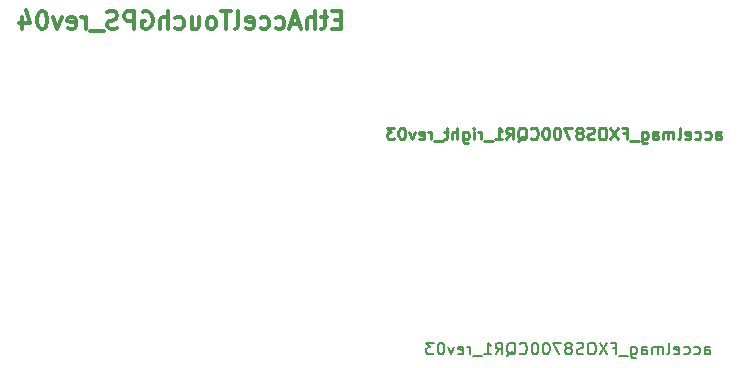
<source format=gbo>
G04 #@! TF.FileFunction,Legend,Bot*
%FSLAX46Y46*%
G04 Gerber Fmt 4.6, Leading zero omitted, Abs format (unit mm)*
G04 Created by KiCad (PCBNEW 4.0.2+e4-6225~38~ubuntu14.04.1-stable) date Sat 13 Aug 2016 03:13:24 PM PDT*
%MOMM*%
G01*
G04 APERTURE LIST*
%ADD10C,0.150000*%
%ADD11C,0.300000*%
%ADD12C,0.250000*%
G04 APERTURE END LIST*
D10*
D11*
X79135712Y-74217857D02*
X78635712Y-74217857D01*
X78421426Y-75003571D02*
X79135712Y-75003571D01*
X79135712Y-73503571D01*
X78421426Y-73503571D01*
X77992855Y-74003571D02*
X77421426Y-74003571D01*
X77778569Y-73503571D02*
X77778569Y-74789286D01*
X77707141Y-74932143D01*
X77564283Y-75003571D01*
X77421426Y-75003571D01*
X76921426Y-75003571D02*
X76921426Y-73503571D01*
X76278569Y-75003571D02*
X76278569Y-74217857D01*
X76349998Y-74075000D01*
X76492855Y-74003571D01*
X76707140Y-74003571D01*
X76849998Y-74075000D01*
X76921426Y-74146429D01*
X75635712Y-74575000D02*
X74921426Y-74575000D01*
X75778569Y-75003571D02*
X75278569Y-73503571D01*
X74778569Y-75003571D01*
X73635712Y-74932143D02*
X73778569Y-75003571D01*
X74064283Y-75003571D01*
X74207141Y-74932143D01*
X74278569Y-74860714D01*
X74349998Y-74717857D01*
X74349998Y-74289286D01*
X74278569Y-74146429D01*
X74207141Y-74075000D01*
X74064283Y-74003571D01*
X73778569Y-74003571D01*
X73635712Y-74075000D01*
X72349998Y-74932143D02*
X72492855Y-75003571D01*
X72778569Y-75003571D01*
X72921427Y-74932143D01*
X72992855Y-74860714D01*
X73064284Y-74717857D01*
X73064284Y-74289286D01*
X72992855Y-74146429D01*
X72921427Y-74075000D01*
X72778569Y-74003571D01*
X72492855Y-74003571D01*
X72349998Y-74075000D01*
X71135713Y-74932143D02*
X71278570Y-75003571D01*
X71564284Y-75003571D01*
X71707141Y-74932143D01*
X71778570Y-74789286D01*
X71778570Y-74217857D01*
X71707141Y-74075000D01*
X71564284Y-74003571D01*
X71278570Y-74003571D01*
X71135713Y-74075000D01*
X71064284Y-74217857D01*
X71064284Y-74360714D01*
X71778570Y-74503571D01*
X70207141Y-75003571D02*
X70349999Y-74932143D01*
X70421427Y-74789286D01*
X70421427Y-73503571D01*
X69849999Y-73503571D02*
X68992856Y-73503571D01*
X69421427Y-75003571D02*
X69421427Y-73503571D01*
X68278570Y-75003571D02*
X68421428Y-74932143D01*
X68492856Y-74860714D01*
X68564285Y-74717857D01*
X68564285Y-74289286D01*
X68492856Y-74146429D01*
X68421428Y-74075000D01*
X68278570Y-74003571D01*
X68064285Y-74003571D01*
X67921428Y-74075000D01*
X67849999Y-74146429D01*
X67778570Y-74289286D01*
X67778570Y-74717857D01*
X67849999Y-74860714D01*
X67921428Y-74932143D01*
X68064285Y-75003571D01*
X68278570Y-75003571D01*
X66492856Y-74003571D02*
X66492856Y-75003571D01*
X67135713Y-74003571D02*
X67135713Y-74789286D01*
X67064285Y-74932143D01*
X66921427Y-75003571D01*
X66707142Y-75003571D01*
X66564285Y-74932143D01*
X66492856Y-74860714D01*
X65135713Y-74932143D02*
X65278570Y-75003571D01*
X65564284Y-75003571D01*
X65707142Y-74932143D01*
X65778570Y-74860714D01*
X65849999Y-74717857D01*
X65849999Y-74289286D01*
X65778570Y-74146429D01*
X65707142Y-74075000D01*
X65564284Y-74003571D01*
X65278570Y-74003571D01*
X65135713Y-74075000D01*
X64492856Y-75003571D02*
X64492856Y-73503571D01*
X63849999Y-75003571D02*
X63849999Y-74217857D01*
X63921428Y-74075000D01*
X64064285Y-74003571D01*
X64278570Y-74003571D01*
X64421428Y-74075000D01*
X64492856Y-74146429D01*
X62349999Y-73575000D02*
X62492856Y-73503571D01*
X62707142Y-73503571D01*
X62921427Y-73575000D01*
X63064285Y-73717857D01*
X63135713Y-73860714D01*
X63207142Y-74146429D01*
X63207142Y-74360714D01*
X63135713Y-74646429D01*
X63064285Y-74789286D01*
X62921427Y-74932143D01*
X62707142Y-75003571D01*
X62564285Y-75003571D01*
X62349999Y-74932143D01*
X62278570Y-74860714D01*
X62278570Y-74360714D01*
X62564285Y-74360714D01*
X61635713Y-75003571D02*
X61635713Y-73503571D01*
X61064285Y-73503571D01*
X60921427Y-73575000D01*
X60849999Y-73646429D01*
X60778570Y-73789286D01*
X60778570Y-74003571D01*
X60849999Y-74146429D01*
X60921427Y-74217857D01*
X61064285Y-74289286D01*
X61635713Y-74289286D01*
X60207142Y-74932143D02*
X59992856Y-75003571D01*
X59635713Y-75003571D01*
X59492856Y-74932143D01*
X59421427Y-74860714D01*
X59349999Y-74717857D01*
X59349999Y-74575000D01*
X59421427Y-74432143D01*
X59492856Y-74360714D01*
X59635713Y-74289286D01*
X59921427Y-74217857D01*
X60064285Y-74146429D01*
X60135713Y-74075000D01*
X60207142Y-73932143D01*
X60207142Y-73789286D01*
X60135713Y-73646429D01*
X60064285Y-73575000D01*
X59921427Y-73503571D01*
X59564285Y-73503571D01*
X59349999Y-73575000D01*
X59064285Y-75146429D02*
X57921428Y-75146429D01*
X57564285Y-75003571D02*
X57564285Y-74003571D01*
X57564285Y-74289286D02*
X57492857Y-74146429D01*
X57421428Y-74075000D01*
X57278571Y-74003571D01*
X57135714Y-74003571D01*
X56064286Y-74932143D02*
X56207143Y-75003571D01*
X56492857Y-75003571D01*
X56635714Y-74932143D01*
X56707143Y-74789286D01*
X56707143Y-74217857D01*
X56635714Y-74075000D01*
X56492857Y-74003571D01*
X56207143Y-74003571D01*
X56064286Y-74075000D01*
X55992857Y-74217857D01*
X55992857Y-74360714D01*
X56707143Y-74503571D01*
X55492857Y-74003571D02*
X55135714Y-75003571D01*
X54778572Y-74003571D01*
X53921429Y-73503571D02*
X53778572Y-73503571D01*
X53635715Y-73575000D01*
X53564286Y-73646429D01*
X53492857Y-73789286D01*
X53421429Y-74075000D01*
X53421429Y-74432143D01*
X53492857Y-74717857D01*
X53564286Y-74860714D01*
X53635715Y-74932143D01*
X53778572Y-75003571D01*
X53921429Y-75003571D01*
X54064286Y-74932143D01*
X54135715Y-74860714D01*
X54207143Y-74717857D01*
X54278572Y-74432143D01*
X54278572Y-74075000D01*
X54207143Y-73789286D01*
X54135715Y-73646429D01*
X54064286Y-73575000D01*
X53921429Y-73503571D01*
X52135715Y-74003571D02*
X52135715Y-75003571D01*
X52492858Y-73432143D02*
X52850001Y-74503571D01*
X51921429Y-74503571D01*
D12*
X110866668Y-84352381D02*
X110866668Y-83828571D01*
X110914287Y-83733333D01*
X111009525Y-83685714D01*
X111200002Y-83685714D01*
X111295240Y-83733333D01*
X110866668Y-84304762D02*
X110961906Y-84352381D01*
X111200002Y-84352381D01*
X111295240Y-84304762D01*
X111342859Y-84209524D01*
X111342859Y-84114286D01*
X111295240Y-84019048D01*
X111200002Y-83971429D01*
X110961906Y-83971429D01*
X110866668Y-83923810D01*
X109961906Y-84304762D02*
X110057144Y-84352381D01*
X110247621Y-84352381D01*
X110342859Y-84304762D01*
X110390478Y-84257143D01*
X110438097Y-84161905D01*
X110438097Y-83876190D01*
X110390478Y-83780952D01*
X110342859Y-83733333D01*
X110247621Y-83685714D01*
X110057144Y-83685714D01*
X109961906Y-83733333D01*
X109104763Y-84304762D02*
X109200001Y-84352381D01*
X109390478Y-84352381D01*
X109485716Y-84304762D01*
X109533335Y-84257143D01*
X109580954Y-84161905D01*
X109580954Y-83876190D01*
X109533335Y-83780952D01*
X109485716Y-83733333D01*
X109390478Y-83685714D01*
X109200001Y-83685714D01*
X109104763Y-83733333D01*
X108295239Y-84304762D02*
X108390477Y-84352381D01*
X108580954Y-84352381D01*
X108676192Y-84304762D01*
X108723811Y-84209524D01*
X108723811Y-83828571D01*
X108676192Y-83733333D01*
X108580954Y-83685714D01*
X108390477Y-83685714D01*
X108295239Y-83733333D01*
X108247620Y-83828571D01*
X108247620Y-83923810D01*
X108723811Y-84019048D01*
X107676192Y-84352381D02*
X107771430Y-84304762D01*
X107819049Y-84209524D01*
X107819049Y-83352381D01*
X107295239Y-84352381D02*
X107295239Y-83685714D01*
X107295239Y-83780952D02*
X107247620Y-83733333D01*
X107152382Y-83685714D01*
X107009524Y-83685714D01*
X106914286Y-83733333D01*
X106866667Y-83828571D01*
X106866667Y-84352381D01*
X106866667Y-83828571D02*
X106819048Y-83733333D01*
X106723810Y-83685714D01*
X106580953Y-83685714D01*
X106485715Y-83733333D01*
X106438096Y-83828571D01*
X106438096Y-84352381D01*
X105533334Y-84352381D02*
X105533334Y-83828571D01*
X105580953Y-83733333D01*
X105676191Y-83685714D01*
X105866668Y-83685714D01*
X105961906Y-83733333D01*
X105533334Y-84304762D02*
X105628572Y-84352381D01*
X105866668Y-84352381D01*
X105961906Y-84304762D01*
X106009525Y-84209524D01*
X106009525Y-84114286D01*
X105961906Y-84019048D01*
X105866668Y-83971429D01*
X105628572Y-83971429D01*
X105533334Y-83923810D01*
X104628572Y-83685714D02*
X104628572Y-84495238D01*
X104676191Y-84590476D01*
X104723810Y-84638095D01*
X104819049Y-84685714D01*
X104961906Y-84685714D01*
X105057144Y-84638095D01*
X104628572Y-84304762D02*
X104723810Y-84352381D01*
X104914287Y-84352381D01*
X105009525Y-84304762D01*
X105057144Y-84257143D01*
X105104763Y-84161905D01*
X105104763Y-83876190D01*
X105057144Y-83780952D01*
X105009525Y-83733333D01*
X104914287Y-83685714D01*
X104723810Y-83685714D01*
X104628572Y-83733333D01*
X104390477Y-84447619D02*
X103628572Y-84447619D01*
X103057143Y-83828571D02*
X103390477Y-83828571D01*
X103390477Y-84352381D02*
X103390477Y-83352381D01*
X102914286Y-83352381D01*
X102628572Y-83352381D02*
X101961905Y-84352381D01*
X101961905Y-83352381D02*
X102628572Y-84352381D01*
X101390477Y-83352381D02*
X101200000Y-83352381D01*
X101104762Y-83400000D01*
X101009524Y-83495238D01*
X100961905Y-83685714D01*
X100961905Y-84019048D01*
X101009524Y-84209524D01*
X101104762Y-84304762D01*
X101200000Y-84352381D01*
X101390477Y-84352381D01*
X101485715Y-84304762D01*
X101580953Y-84209524D01*
X101628572Y-84019048D01*
X101628572Y-83685714D01*
X101580953Y-83495238D01*
X101485715Y-83400000D01*
X101390477Y-83352381D01*
X100580953Y-84304762D02*
X100438096Y-84352381D01*
X100200000Y-84352381D01*
X100104762Y-84304762D01*
X100057143Y-84257143D01*
X100009524Y-84161905D01*
X100009524Y-84066667D01*
X100057143Y-83971429D01*
X100104762Y-83923810D01*
X100200000Y-83876190D01*
X100390477Y-83828571D01*
X100485715Y-83780952D01*
X100533334Y-83733333D01*
X100580953Y-83638095D01*
X100580953Y-83542857D01*
X100533334Y-83447619D01*
X100485715Y-83400000D01*
X100390477Y-83352381D01*
X100152381Y-83352381D01*
X100009524Y-83400000D01*
X99438096Y-83780952D02*
X99533334Y-83733333D01*
X99580953Y-83685714D01*
X99628572Y-83590476D01*
X99628572Y-83542857D01*
X99580953Y-83447619D01*
X99533334Y-83400000D01*
X99438096Y-83352381D01*
X99247619Y-83352381D01*
X99152381Y-83400000D01*
X99104762Y-83447619D01*
X99057143Y-83542857D01*
X99057143Y-83590476D01*
X99104762Y-83685714D01*
X99152381Y-83733333D01*
X99247619Y-83780952D01*
X99438096Y-83780952D01*
X99533334Y-83828571D01*
X99580953Y-83876190D01*
X99628572Y-83971429D01*
X99628572Y-84161905D01*
X99580953Y-84257143D01*
X99533334Y-84304762D01*
X99438096Y-84352381D01*
X99247619Y-84352381D01*
X99152381Y-84304762D01*
X99104762Y-84257143D01*
X99057143Y-84161905D01*
X99057143Y-83971429D01*
X99104762Y-83876190D01*
X99152381Y-83828571D01*
X99247619Y-83780952D01*
X98723810Y-83352381D02*
X98057143Y-83352381D01*
X98485715Y-84352381D01*
X97485715Y-83352381D02*
X97390476Y-83352381D01*
X97295238Y-83400000D01*
X97247619Y-83447619D01*
X97200000Y-83542857D01*
X97152381Y-83733333D01*
X97152381Y-83971429D01*
X97200000Y-84161905D01*
X97247619Y-84257143D01*
X97295238Y-84304762D01*
X97390476Y-84352381D01*
X97485715Y-84352381D01*
X97580953Y-84304762D01*
X97628572Y-84257143D01*
X97676191Y-84161905D01*
X97723810Y-83971429D01*
X97723810Y-83733333D01*
X97676191Y-83542857D01*
X97628572Y-83447619D01*
X97580953Y-83400000D01*
X97485715Y-83352381D01*
X96533334Y-83352381D02*
X96438095Y-83352381D01*
X96342857Y-83400000D01*
X96295238Y-83447619D01*
X96247619Y-83542857D01*
X96200000Y-83733333D01*
X96200000Y-83971429D01*
X96247619Y-84161905D01*
X96295238Y-84257143D01*
X96342857Y-84304762D01*
X96438095Y-84352381D01*
X96533334Y-84352381D01*
X96628572Y-84304762D01*
X96676191Y-84257143D01*
X96723810Y-84161905D01*
X96771429Y-83971429D01*
X96771429Y-83733333D01*
X96723810Y-83542857D01*
X96676191Y-83447619D01*
X96628572Y-83400000D01*
X96533334Y-83352381D01*
X95200000Y-84257143D02*
X95247619Y-84304762D01*
X95390476Y-84352381D01*
X95485714Y-84352381D01*
X95628572Y-84304762D01*
X95723810Y-84209524D01*
X95771429Y-84114286D01*
X95819048Y-83923810D01*
X95819048Y-83780952D01*
X95771429Y-83590476D01*
X95723810Y-83495238D01*
X95628572Y-83400000D01*
X95485714Y-83352381D01*
X95390476Y-83352381D01*
X95247619Y-83400000D01*
X95200000Y-83447619D01*
X94104762Y-84447619D02*
X94200000Y-84400000D01*
X94295238Y-84304762D01*
X94438095Y-84161905D01*
X94533334Y-84114286D01*
X94628572Y-84114286D01*
X94580953Y-84352381D02*
X94676191Y-84304762D01*
X94771429Y-84209524D01*
X94819048Y-84019048D01*
X94819048Y-83685714D01*
X94771429Y-83495238D01*
X94676191Y-83400000D01*
X94580953Y-83352381D01*
X94390476Y-83352381D01*
X94295238Y-83400000D01*
X94200000Y-83495238D01*
X94152381Y-83685714D01*
X94152381Y-84019048D01*
X94200000Y-84209524D01*
X94295238Y-84304762D01*
X94390476Y-84352381D01*
X94580953Y-84352381D01*
X93152381Y-84352381D02*
X93485715Y-83876190D01*
X93723810Y-84352381D02*
X93723810Y-83352381D01*
X93342857Y-83352381D01*
X93247619Y-83400000D01*
X93200000Y-83447619D01*
X93152381Y-83542857D01*
X93152381Y-83685714D01*
X93200000Y-83780952D01*
X93247619Y-83828571D01*
X93342857Y-83876190D01*
X93723810Y-83876190D01*
X92200000Y-84352381D02*
X92771429Y-84352381D01*
X92485715Y-84352381D02*
X92485715Y-83352381D01*
X92580953Y-83495238D01*
X92676191Y-83590476D01*
X92771429Y-83638095D01*
X92009524Y-84447619D02*
X91247619Y-84447619D01*
X91009524Y-84352381D02*
X91009524Y-83685714D01*
X91009524Y-83876190D02*
X90961905Y-83780952D01*
X90914286Y-83733333D01*
X90819048Y-83685714D01*
X90723809Y-83685714D01*
X90390476Y-84352381D02*
X90390476Y-83685714D01*
X90390476Y-83352381D02*
X90438095Y-83400000D01*
X90390476Y-83447619D01*
X90342857Y-83400000D01*
X90390476Y-83352381D01*
X90390476Y-83447619D01*
X89485714Y-83685714D02*
X89485714Y-84495238D01*
X89533333Y-84590476D01*
X89580952Y-84638095D01*
X89676191Y-84685714D01*
X89819048Y-84685714D01*
X89914286Y-84638095D01*
X89485714Y-84304762D02*
X89580952Y-84352381D01*
X89771429Y-84352381D01*
X89866667Y-84304762D01*
X89914286Y-84257143D01*
X89961905Y-84161905D01*
X89961905Y-83876190D01*
X89914286Y-83780952D01*
X89866667Y-83733333D01*
X89771429Y-83685714D01*
X89580952Y-83685714D01*
X89485714Y-83733333D01*
X89009524Y-84352381D02*
X89009524Y-83352381D01*
X88580952Y-84352381D02*
X88580952Y-83828571D01*
X88628571Y-83733333D01*
X88723809Y-83685714D01*
X88866667Y-83685714D01*
X88961905Y-83733333D01*
X89009524Y-83780952D01*
X88247619Y-83685714D02*
X87866667Y-83685714D01*
X88104762Y-83352381D02*
X88104762Y-84209524D01*
X88057143Y-84304762D01*
X87961905Y-84352381D01*
X87866667Y-84352381D01*
X87771428Y-84447619D02*
X87009523Y-84447619D01*
X86771428Y-84352381D02*
X86771428Y-83685714D01*
X86771428Y-83876190D02*
X86723809Y-83780952D01*
X86676190Y-83733333D01*
X86580952Y-83685714D01*
X86485713Y-83685714D01*
X85771427Y-84304762D02*
X85866665Y-84352381D01*
X86057142Y-84352381D01*
X86152380Y-84304762D01*
X86199999Y-84209524D01*
X86199999Y-83828571D01*
X86152380Y-83733333D01*
X86057142Y-83685714D01*
X85866665Y-83685714D01*
X85771427Y-83733333D01*
X85723808Y-83828571D01*
X85723808Y-83923810D01*
X86199999Y-84019048D01*
X85390475Y-83685714D02*
X85152380Y-84352381D01*
X84914284Y-83685714D01*
X84342856Y-83352381D02*
X84247617Y-83352381D01*
X84152379Y-83400000D01*
X84104760Y-83447619D01*
X84057141Y-83542857D01*
X84009522Y-83733333D01*
X84009522Y-83971429D01*
X84057141Y-84161905D01*
X84104760Y-84257143D01*
X84152379Y-84304762D01*
X84247617Y-84352381D01*
X84342856Y-84352381D01*
X84438094Y-84304762D01*
X84485713Y-84257143D01*
X84533332Y-84161905D01*
X84580951Y-83971429D01*
X84580951Y-83733333D01*
X84533332Y-83542857D01*
X84485713Y-83447619D01*
X84438094Y-83400000D01*
X84342856Y-83352381D01*
X83676189Y-83352381D02*
X83057141Y-83352381D01*
X83390475Y-83733333D01*
X83247617Y-83733333D01*
X83152379Y-83780952D01*
X83104760Y-83828571D01*
X83057141Y-83923810D01*
X83057141Y-84161905D01*
X83104760Y-84257143D01*
X83152379Y-84304762D01*
X83247617Y-84352381D01*
X83533332Y-84352381D01*
X83628570Y-84304762D01*
X83676189Y-84257143D01*
D10*
X109947620Y-102552381D02*
X109947620Y-102028571D01*
X109995239Y-101933333D01*
X110090477Y-101885714D01*
X110280954Y-101885714D01*
X110376192Y-101933333D01*
X109947620Y-102504762D02*
X110042858Y-102552381D01*
X110280954Y-102552381D01*
X110376192Y-102504762D01*
X110423811Y-102409524D01*
X110423811Y-102314286D01*
X110376192Y-102219048D01*
X110280954Y-102171429D01*
X110042858Y-102171429D01*
X109947620Y-102123810D01*
X109042858Y-102504762D02*
X109138096Y-102552381D01*
X109328573Y-102552381D01*
X109423811Y-102504762D01*
X109471430Y-102457143D01*
X109519049Y-102361905D01*
X109519049Y-102076190D01*
X109471430Y-101980952D01*
X109423811Y-101933333D01*
X109328573Y-101885714D01*
X109138096Y-101885714D01*
X109042858Y-101933333D01*
X108185715Y-102504762D02*
X108280953Y-102552381D01*
X108471430Y-102552381D01*
X108566668Y-102504762D01*
X108614287Y-102457143D01*
X108661906Y-102361905D01*
X108661906Y-102076190D01*
X108614287Y-101980952D01*
X108566668Y-101933333D01*
X108471430Y-101885714D01*
X108280953Y-101885714D01*
X108185715Y-101933333D01*
X107376191Y-102504762D02*
X107471429Y-102552381D01*
X107661906Y-102552381D01*
X107757144Y-102504762D01*
X107804763Y-102409524D01*
X107804763Y-102028571D01*
X107757144Y-101933333D01*
X107661906Y-101885714D01*
X107471429Y-101885714D01*
X107376191Y-101933333D01*
X107328572Y-102028571D01*
X107328572Y-102123810D01*
X107804763Y-102219048D01*
X106757144Y-102552381D02*
X106852382Y-102504762D01*
X106900001Y-102409524D01*
X106900001Y-101552381D01*
X106376191Y-102552381D02*
X106376191Y-101885714D01*
X106376191Y-101980952D02*
X106328572Y-101933333D01*
X106233334Y-101885714D01*
X106090476Y-101885714D01*
X105995238Y-101933333D01*
X105947619Y-102028571D01*
X105947619Y-102552381D01*
X105947619Y-102028571D02*
X105900000Y-101933333D01*
X105804762Y-101885714D01*
X105661905Y-101885714D01*
X105566667Y-101933333D01*
X105519048Y-102028571D01*
X105519048Y-102552381D01*
X104614286Y-102552381D02*
X104614286Y-102028571D01*
X104661905Y-101933333D01*
X104757143Y-101885714D01*
X104947620Y-101885714D01*
X105042858Y-101933333D01*
X104614286Y-102504762D02*
X104709524Y-102552381D01*
X104947620Y-102552381D01*
X105042858Y-102504762D01*
X105090477Y-102409524D01*
X105090477Y-102314286D01*
X105042858Y-102219048D01*
X104947620Y-102171429D01*
X104709524Y-102171429D01*
X104614286Y-102123810D01*
X103709524Y-101885714D02*
X103709524Y-102695238D01*
X103757143Y-102790476D01*
X103804762Y-102838095D01*
X103900001Y-102885714D01*
X104042858Y-102885714D01*
X104138096Y-102838095D01*
X103709524Y-102504762D02*
X103804762Y-102552381D01*
X103995239Y-102552381D01*
X104090477Y-102504762D01*
X104138096Y-102457143D01*
X104185715Y-102361905D01*
X104185715Y-102076190D01*
X104138096Y-101980952D01*
X104090477Y-101933333D01*
X103995239Y-101885714D01*
X103804762Y-101885714D01*
X103709524Y-101933333D01*
X103471429Y-102647619D02*
X102709524Y-102647619D01*
X102138095Y-102028571D02*
X102471429Y-102028571D01*
X102471429Y-102552381D02*
X102471429Y-101552381D01*
X101995238Y-101552381D01*
X101709524Y-101552381D02*
X101042857Y-102552381D01*
X101042857Y-101552381D02*
X101709524Y-102552381D01*
X100471429Y-101552381D02*
X100280952Y-101552381D01*
X100185714Y-101600000D01*
X100090476Y-101695238D01*
X100042857Y-101885714D01*
X100042857Y-102219048D01*
X100090476Y-102409524D01*
X100185714Y-102504762D01*
X100280952Y-102552381D01*
X100471429Y-102552381D01*
X100566667Y-102504762D01*
X100661905Y-102409524D01*
X100709524Y-102219048D01*
X100709524Y-101885714D01*
X100661905Y-101695238D01*
X100566667Y-101600000D01*
X100471429Y-101552381D01*
X99661905Y-102504762D02*
X99519048Y-102552381D01*
X99280952Y-102552381D01*
X99185714Y-102504762D01*
X99138095Y-102457143D01*
X99090476Y-102361905D01*
X99090476Y-102266667D01*
X99138095Y-102171429D01*
X99185714Y-102123810D01*
X99280952Y-102076190D01*
X99471429Y-102028571D01*
X99566667Y-101980952D01*
X99614286Y-101933333D01*
X99661905Y-101838095D01*
X99661905Y-101742857D01*
X99614286Y-101647619D01*
X99566667Y-101600000D01*
X99471429Y-101552381D01*
X99233333Y-101552381D01*
X99090476Y-101600000D01*
X98519048Y-101980952D02*
X98614286Y-101933333D01*
X98661905Y-101885714D01*
X98709524Y-101790476D01*
X98709524Y-101742857D01*
X98661905Y-101647619D01*
X98614286Y-101600000D01*
X98519048Y-101552381D01*
X98328571Y-101552381D01*
X98233333Y-101600000D01*
X98185714Y-101647619D01*
X98138095Y-101742857D01*
X98138095Y-101790476D01*
X98185714Y-101885714D01*
X98233333Y-101933333D01*
X98328571Y-101980952D01*
X98519048Y-101980952D01*
X98614286Y-102028571D01*
X98661905Y-102076190D01*
X98709524Y-102171429D01*
X98709524Y-102361905D01*
X98661905Y-102457143D01*
X98614286Y-102504762D01*
X98519048Y-102552381D01*
X98328571Y-102552381D01*
X98233333Y-102504762D01*
X98185714Y-102457143D01*
X98138095Y-102361905D01*
X98138095Y-102171429D01*
X98185714Y-102076190D01*
X98233333Y-102028571D01*
X98328571Y-101980952D01*
X97804762Y-101552381D02*
X97138095Y-101552381D01*
X97566667Y-102552381D01*
X96566667Y-101552381D02*
X96471428Y-101552381D01*
X96376190Y-101600000D01*
X96328571Y-101647619D01*
X96280952Y-101742857D01*
X96233333Y-101933333D01*
X96233333Y-102171429D01*
X96280952Y-102361905D01*
X96328571Y-102457143D01*
X96376190Y-102504762D01*
X96471428Y-102552381D01*
X96566667Y-102552381D01*
X96661905Y-102504762D01*
X96709524Y-102457143D01*
X96757143Y-102361905D01*
X96804762Y-102171429D01*
X96804762Y-101933333D01*
X96757143Y-101742857D01*
X96709524Y-101647619D01*
X96661905Y-101600000D01*
X96566667Y-101552381D01*
X95614286Y-101552381D02*
X95519047Y-101552381D01*
X95423809Y-101600000D01*
X95376190Y-101647619D01*
X95328571Y-101742857D01*
X95280952Y-101933333D01*
X95280952Y-102171429D01*
X95328571Y-102361905D01*
X95376190Y-102457143D01*
X95423809Y-102504762D01*
X95519047Y-102552381D01*
X95614286Y-102552381D01*
X95709524Y-102504762D01*
X95757143Y-102457143D01*
X95804762Y-102361905D01*
X95852381Y-102171429D01*
X95852381Y-101933333D01*
X95804762Y-101742857D01*
X95757143Y-101647619D01*
X95709524Y-101600000D01*
X95614286Y-101552381D01*
X94280952Y-102457143D02*
X94328571Y-102504762D01*
X94471428Y-102552381D01*
X94566666Y-102552381D01*
X94709524Y-102504762D01*
X94804762Y-102409524D01*
X94852381Y-102314286D01*
X94900000Y-102123810D01*
X94900000Y-101980952D01*
X94852381Y-101790476D01*
X94804762Y-101695238D01*
X94709524Y-101600000D01*
X94566666Y-101552381D01*
X94471428Y-101552381D01*
X94328571Y-101600000D01*
X94280952Y-101647619D01*
X93185714Y-102647619D02*
X93280952Y-102600000D01*
X93376190Y-102504762D01*
X93519047Y-102361905D01*
X93614286Y-102314286D01*
X93709524Y-102314286D01*
X93661905Y-102552381D02*
X93757143Y-102504762D01*
X93852381Y-102409524D01*
X93900000Y-102219048D01*
X93900000Y-101885714D01*
X93852381Y-101695238D01*
X93757143Y-101600000D01*
X93661905Y-101552381D01*
X93471428Y-101552381D01*
X93376190Y-101600000D01*
X93280952Y-101695238D01*
X93233333Y-101885714D01*
X93233333Y-102219048D01*
X93280952Y-102409524D01*
X93376190Y-102504762D01*
X93471428Y-102552381D01*
X93661905Y-102552381D01*
X92233333Y-102552381D02*
X92566667Y-102076190D01*
X92804762Y-102552381D02*
X92804762Y-101552381D01*
X92423809Y-101552381D01*
X92328571Y-101600000D01*
X92280952Y-101647619D01*
X92233333Y-101742857D01*
X92233333Y-101885714D01*
X92280952Y-101980952D01*
X92328571Y-102028571D01*
X92423809Y-102076190D01*
X92804762Y-102076190D01*
X91280952Y-102552381D02*
X91852381Y-102552381D01*
X91566667Y-102552381D02*
X91566667Y-101552381D01*
X91661905Y-101695238D01*
X91757143Y-101790476D01*
X91852381Y-101838095D01*
X91090476Y-102647619D02*
X90328571Y-102647619D01*
X90090476Y-102552381D02*
X90090476Y-101885714D01*
X90090476Y-102076190D02*
X90042857Y-101980952D01*
X89995238Y-101933333D01*
X89900000Y-101885714D01*
X89804761Y-101885714D01*
X89090475Y-102504762D02*
X89185713Y-102552381D01*
X89376190Y-102552381D01*
X89471428Y-102504762D01*
X89519047Y-102409524D01*
X89519047Y-102028571D01*
X89471428Y-101933333D01*
X89376190Y-101885714D01*
X89185713Y-101885714D01*
X89090475Y-101933333D01*
X89042856Y-102028571D01*
X89042856Y-102123810D01*
X89519047Y-102219048D01*
X88709523Y-101885714D02*
X88471428Y-102552381D01*
X88233332Y-101885714D01*
X87661904Y-101552381D02*
X87566665Y-101552381D01*
X87471427Y-101600000D01*
X87423808Y-101647619D01*
X87376189Y-101742857D01*
X87328570Y-101933333D01*
X87328570Y-102171429D01*
X87376189Y-102361905D01*
X87423808Y-102457143D01*
X87471427Y-102504762D01*
X87566665Y-102552381D01*
X87661904Y-102552381D01*
X87757142Y-102504762D01*
X87804761Y-102457143D01*
X87852380Y-102361905D01*
X87899999Y-102171429D01*
X87899999Y-101933333D01*
X87852380Y-101742857D01*
X87804761Y-101647619D01*
X87757142Y-101600000D01*
X87661904Y-101552381D01*
X86995237Y-101552381D02*
X86376189Y-101552381D01*
X86709523Y-101933333D01*
X86566665Y-101933333D01*
X86471427Y-101980952D01*
X86423808Y-102028571D01*
X86376189Y-102123810D01*
X86376189Y-102361905D01*
X86423808Y-102457143D01*
X86471427Y-102504762D01*
X86566665Y-102552381D01*
X86852380Y-102552381D01*
X86947618Y-102504762D01*
X86995237Y-102457143D01*
M02*

</source>
